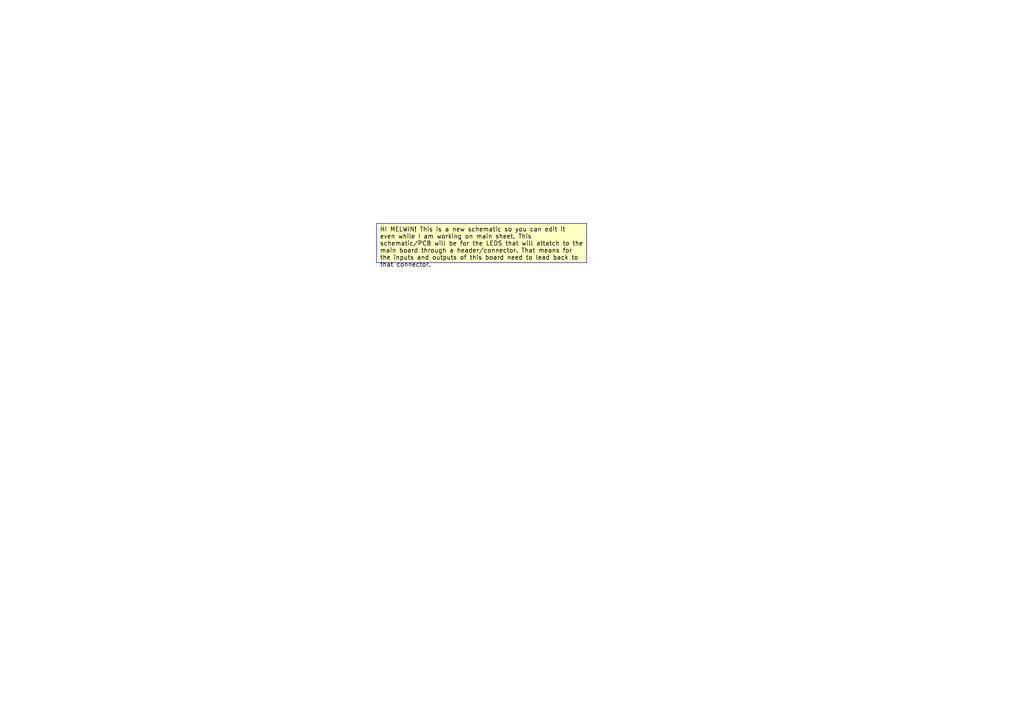
<source format=kicad_sch>
(kicad_sch
	(version 20231120)
	(generator "eeschema")
	(generator_version "8.0")
	(uuid "bd9e36de-7ffe-4161-9b77-e073260e60c2")
	(paper "A4")
	(lib_symbols)
	(text_box "HI MELWIN! This is a new schematic so you can edit it even while I am working on main sheet. This schematic/PCB will be for the LEDS that will attatch to the main board through a header/connector. That means for the inputs and outputs of this board need to lead back to that connector."
		(exclude_from_sim no)
		(at 109.22 64.77 0)
		(size 60.96 11.43)
		(stroke
			(width 0)
			(type default)
		)
		(fill
			(type color)
			(color 255 255 194 1)
		)
		(effects
			(font
				(size 1.27 1.27)
				(color 0 0 0 1)
			)
			(justify left top)
		)
		(uuid "3ce86c46-f7e2-422e-aa7f-7e2718ba45a0")
	)
	(sheet_instances
		(path "/"
			(page "1")
		)
	)
)

</source>
